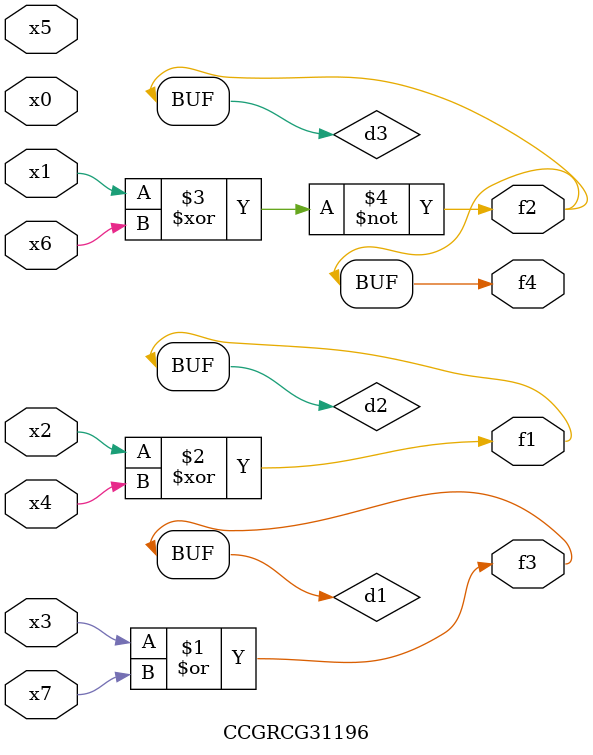
<source format=v>
module CCGRCG31196(
	input x0, x1, x2, x3, x4, x5, x6, x7,
	output f1, f2, f3, f4
);

	wire d1, d2, d3;

	or (d1, x3, x7);
	xor (d2, x2, x4);
	xnor (d3, x1, x6);
	assign f1 = d2;
	assign f2 = d3;
	assign f3 = d1;
	assign f4 = d3;
endmodule

</source>
